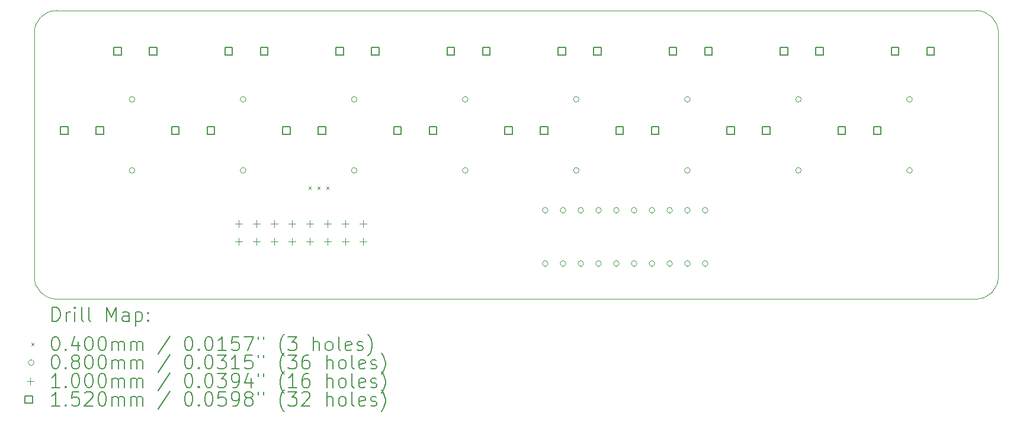
<source format=gbr>
%TF.GenerationSoftware,KiCad,Pcbnew,7.0.7*%
%TF.CreationDate,2023-09-28T15:43:33-05:00*%
%TF.ProjectId,iowa-rover-kiosk-level-buttons,696f7761-2d72-46f7-9665-722d6b696f73,rev?*%
%TF.SameCoordinates,Original*%
%TF.FileFunction,Drillmap*%
%TF.FilePolarity,Positive*%
%FSLAX45Y45*%
G04 Gerber Fmt 4.5, Leading zero omitted, Abs format (unit mm)*
G04 Created by KiCad (PCBNEW 7.0.7) date 2023-09-28 15:43:33*
%MOMM*%
%LPD*%
G01*
G04 APERTURE LIST*
%ADD10C,0.100000*%
%ADD11C,0.200000*%
%ADD12C,0.040000*%
%ADD13C,0.080000*%
%ADD14C,0.152000*%
G04 APERTURE END LIST*
D10*
X20256500Y-5016500D02*
X7112000Y-5016500D01*
X6794500Y-8826500D02*
G75*
G03*
X7112000Y-9144000I317500J0D01*
G01*
X20574000Y-8826500D02*
X20574000Y-5334000D01*
X6794500Y-5334000D02*
X6794500Y-8826500D01*
X20574000Y-5334000D02*
G75*
G03*
X20256500Y-5016500I-317500J0D01*
G01*
X7112000Y-5016500D02*
G75*
G03*
X6794500Y-5334000I0J-317500D01*
G01*
X7112000Y-9144000D02*
X20256500Y-9144000D01*
X20256500Y-9144000D02*
G75*
G03*
X20574000Y-8826500I0J317500D01*
G01*
D11*
D12*
X10711500Y-7536500D02*
X10751500Y-7576500D01*
X10751500Y-7536500D02*
X10711500Y-7576500D01*
X10838500Y-7536500D02*
X10878500Y-7576500D01*
X10878500Y-7536500D02*
X10838500Y-7576500D01*
X10965500Y-7536500D02*
X11005500Y-7576500D01*
X11005500Y-7536500D02*
X10965500Y-7576500D01*
D13*
X8231500Y-6286500D02*
G75*
G03*
X8231500Y-6286500I-40000J0D01*
G01*
X8231500Y-7302500D02*
G75*
G03*
X8231500Y-7302500I-40000J0D01*
G01*
X9819000Y-6286500D02*
G75*
G03*
X9819000Y-6286500I-40000J0D01*
G01*
X9819000Y-7302500D02*
G75*
G03*
X9819000Y-7302500I-40000J0D01*
G01*
X11406500Y-6286500D02*
G75*
G03*
X11406500Y-6286500I-40000J0D01*
G01*
X11406500Y-7302500D02*
G75*
G03*
X11406500Y-7302500I-40000J0D01*
G01*
X12994000Y-6286500D02*
G75*
G03*
X12994000Y-6286500I-40000J0D01*
G01*
X12994000Y-7302500D02*
G75*
G03*
X12994000Y-7302500I-40000J0D01*
G01*
X14137000Y-7874000D02*
G75*
G03*
X14137000Y-7874000I-40000J0D01*
G01*
X14137000Y-8636000D02*
G75*
G03*
X14137000Y-8636000I-40000J0D01*
G01*
X14391000Y-7874000D02*
G75*
G03*
X14391000Y-7874000I-40000J0D01*
G01*
X14391000Y-8636000D02*
G75*
G03*
X14391000Y-8636000I-40000J0D01*
G01*
X14581500Y-6286500D02*
G75*
G03*
X14581500Y-6286500I-40000J0D01*
G01*
X14581500Y-7302500D02*
G75*
G03*
X14581500Y-7302500I-40000J0D01*
G01*
X14645000Y-7874000D02*
G75*
G03*
X14645000Y-7874000I-40000J0D01*
G01*
X14645000Y-8636000D02*
G75*
G03*
X14645000Y-8636000I-40000J0D01*
G01*
X14899000Y-7874000D02*
G75*
G03*
X14899000Y-7874000I-40000J0D01*
G01*
X14899000Y-8636000D02*
G75*
G03*
X14899000Y-8636000I-40000J0D01*
G01*
X15153000Y-7874000D02*
G75*
G03*
X15153000Y-7874000I-40000J0D01*
G01*
X15153000Y-8636000D02*
G75*
G03*
X15153000Y-8636000I-40000J0D01*
G01*
X15407000Y-7874000D02*
G75*
G03*
X15407000Y-7874000I-40000J0D01*
G01*
X15407000Y-8636000D02*
G75*
G03*
X15407000Y-8636000I-40000J0D01*
G01*
X15661000Y-7874000D02*
G75*
G03*
X15661000Y-7874000I-40000J0D01*
G01*
X15661000Y-8636000D02*
G75*
G03*
X15661000Y-8636000I-40000J0D01*
G01*
X15915000Y-7874000D02*
G75*
G03*
X15915000Y-7874000I-40000J0D01*
G01*
X15915000Y-8636000D02*
G75*
G03*
X15915000Y-8636000I-40000J0D01*
G01*
X16169000Y-6286500D02*
G75*
G03*
X16169000Y-6286500I-40000J0D01*
G01*
X16169000Y-7302500D02*
G75*
G03*
X16169000Y-7302500I-40000J0D01*
G01*
X16169000Y-7874000D02*
G75*
G03*
X16169000Y-7874000I-40000J0D01*
G01*
X16169000Y-8636000D02*
G75*
G03*
X16169000Y-8636000I-40000J0D01*
G01*
X16423000Y-7874000D02*
G75*
G03*
X16423000Y-7874000I-40000J0D01*
G01*
X16423000Y-8636000D02*
G75*
G03*
X16423000Y-8636000I-40000J0D01*
G01*
X17756500Y-6286500D02*
G75*
G03*
X17756500Y-6286500I-40000J0D01*
G01*
X17756500Y-7302500D02*
G75*
G03*
X17756500Y-7302500I-40000J0D01*
G01*
X19344000Y-6286500D02*
G75*
G03*
X19344000Y-6286500I-40000J0D01*
G01*
X19344000Y-7302500D02*
G75*
G03*
X19344000Y-7302500I-40000J0D01*
G01*
D10*
X9715500Y-8014500D02*
X9715500Y-8114500D01*
X9665500Y-8064500D02*
X9765500Y-8064500D01*
X9715500Y-8268500D02*
X9715500Y-8368500D01*
X9665500Y-8318500D02*
X9765500Y-8318500D01*
X9969500Y-8014500D02*
X9969500Y-8114500D01*
X9919500Y-8064500D02*
X10019500Y-8064500D01*
X9969500Y-8268500D02*
X9969500Y-8368500D01*
X9919500Y-8318500D02*
X10019500Y-8318500D01*
X10223500Y-8014500D02*
X10223500Y-8114500D01*
X10173500Y-8064500D02*
X10273500Y-8064500D01*
X10223500Y-8268500D02*
X10223500Y-8368500D01*
X10173500Y-8318500D02*
X10273500Y-8318500D01*
X10477500Y-8014500D02*
X10477500Y-8114500D01*
X10427500Y-8064500D02*
X10527500Y-8064500D01*
X10477500Y-8268500D02*
X10477500Y-8368500D01*
X10427500Y-8318500D02*
X10527500Y-8318500D01*
X10731500Y-8014500D02*
X10731500Y-8114500D01*
X10681500Y-8064500D02*
X10781500Y-8064500D01*
X10731500Y-8268500D02*
X10731500Y-8368500D01*
X10681500Y-8318500D02*
X10781500Y-8318500D01*
X10985500Y-8014500D02*
X10985500Y-8114500D01*
X10935500Y-8064500D02*
X11035500Y-8064500D01*
X10985500Y-8268500D02*
X10985500Y-8368500D01*
X10935500Y-8318500D02*
X11035500Y-8318500D01*
X11239500Y-8014500D02*
X11239500Y-8114500D01*
X11189500Y-8064500D02*
X11289500Y-8064500D01*
X11239500Y-8268500D02*
X11239500Y-8368500D01*
X11189500Y-8318500D02*
X11289500Y-8318500D01*
X11493500Y-8014500D02*
X11493500Y-8114500D01*
X11443500Y-8064500D02*
X11543500Y-8064500D01*
X11493500Y-8268500D02*
X11493500Y-8368500D01*
X11443500Y-8318500D02*
X11543500Y-8318500D01*
D14*
X7276741Y-6784741D02*
X7276741Y-6677259D01*
X7169259Y-6677259D01*
X7169259Y-6784741D01*
X7276741Y-6784741D01*
X7784741Y-6784741D02*
X7784741Y-6677259D01*
X7677259Y-6677259D01*
X7677259Y-6784741D01*
X7784741Y-6784741D01*
X8038741Y-5653741D02*
X8038741Y-5546259D01*
X7931259Y-5546259D01*
X7931259Y-5653741D01*
X8038741Y-5653741D01*
X8546741Y-5653741D02*
X8546741Y-5546259D01*
X8439259Y-5546259D01*
X8439259Y-5653741D01*
X8546741Y-5653741D01*
X8864241Y-6784741D02*
X8864241Y-6677259D01*
X8756759Y-6677259D01*
X8756759Y-6784741D01*
X8864241Y-6784741D01*
X9372241Y-6784741D02*
X9372241Y-6677259D01*
X9264759Y-6677259D01*
X9264759Y-6784741D01*
X9372241Y-6784741D01*
X9626241Y-5653741D02*
X9626241Y-5546259D01*
X9518759Y-5546259D01*
X9518759Y-5653741D01*
X9626241Y-5653741D01*
X10134241Y-5653741D02*
X10134241Y-5546259D01*
X10026759Y-5546259D01*
X10026759Y-5653741D01*
X10134241Y-5653741D01*
X10451741Y-6784741D02*
X10451741Y-6677259D01*
X10344259Y-6677259D01*
X10344259Y-6784741D01*
X10451741Y-6784741D01*
X10959741Y-6784741D02*
X10959741Y-6677259D01*
X10852259Y-6677259D01*
X10852259Y-6784741D01*
X10959741Y-6784741D01*
X11213741Y-5653741D02*
X11213741Y-5546259D01*
X11106259Y-5546259D01*
X11106259Y-5653741D01*
X11213741Y-5653741D01*
X11721741Y-5653741D02*
X11721741Y-5546259D01*
X11614259Y-5546259D01*
X11614259Y-5653741D01*
X11721741Y-5653741D01*
X12039241Y-6784741D02*
X12039241Y-6677259D01*
X11931759Y-6677259D01*
X11931759Y-6784741D01*
X12039241Y-6784741D01*
X12547241Y-6784741D02*
X12547241Y-6677259D01*
X12439759Y-6677259D01*
X12439759Y-6784741D01*
X12547241Y-6784741D01*
X12801241Y-5653741D02*
X12801241Y-5546259D01*
X12693759Y-5546259D01*
X12693759Y-5653741D01*
X12801241Y-5653741D01*
X13309241Y-5653741D02*
X13309241Y-5546259D01*
X13201759Y-5546259D01*
X13201759Y-5653741D01*
X13309241Y-5653741D01*
X13626741Y-6784741D02*
X13626741Y-6677259D01*
X13519259Y-6677259D01*
X13519259Y-6784741D01*
X13626741Y-6784741D01*
X14134741Y-6784741D02*
X14134741Y-6677259D01*
X14027259Y-6677259D01*
X14027259Y-6784741D01*
X14134741Y-6784741D01*
X14388741Y-5653741D02*
X14388741Y-5546259D01*
X14281259Y-5546259D01*
X14281259Y-5653741D01*
X14388741Y-5653741D01*
X14896741Y-5653741D02*
X14896741Y-5546259D01*
X14789259Y-5546259D01*
X14789259Y-5653741D01*
X14896741Y-5653741D01*
X15214241Y-6784741D02*
X15214241Y-6677259D01*
X15106759Y-6677259D01*
X15106759Y-6784741D01*
X15214241Y-6784741D01*
X15722241Y-6784741D02*
X15722241Y-6677259D01*
X15614759Y-6677259D01*
X15614759Y-6784741D01*
X15722241Y-6784741D01*
X15976241Y-5653741D02*
X15976241Y-5546259D01*
X15868759Y-5546259D01*
X15868759Y-5653741D01*
X15976241Y-5653741D01*
X16484241Y-5653741D02*
X16484241Y-5546259D01*
X16376759Y-5546259D01*
X16376759Y-5653741D01*
X16484241Y-5653741D01*
X16801741Y-6784741D02*
X16801741Y-6677259D01*
X16694259Y-6677259D01*
X16694259Y-6784741D01*
X16801741Y-6784741D01*
X17309741Y-6784741D02*
X17309741Y-6677259D01*
X17202259Y-6677259D01*
X17202259Y-6784741D01*
X17309741Y-6784741D01*
X17563741Y-5653741D02*
X17563741Y-5546259D01*
X17456259Y-5546259D01*
X17456259Y-5653741D01*
X17563741Y-5653741D01*
X18071741Y-5653741D02*
X18071741Y-5546259D01*
X17964259Y-5546259D01*
X17964259Y-5653741D01*
X18071741Y-5653741D01*
X18389241Y-6784741D02*
X18389241Y-6677259D01*
X18281759Y-6677259D01*
X18281759Y-6784741D01*
X18389241Y-6784741D01*
X18897241Y-6784741D02*
X18897241Y-6677259D01*
X18789759Y-6677259D01*
X18789759Y-6784741D01*
X18897241Y-6784741D01*
X19151241Y-5653741D02*
X19151241Y-5546259D01*
X19043759Y-5546259D01*
X19043759Y-5653741D01*
X19151241Y-5653741D01*
X19659241Y-5653741D02*
X19659241Y-5546259D01*
X19551759Y-5546259D01*
X19551759Y-5653741D01*
X19659241Y-5653741D01*
D11*
X7050277Y-9460484D02*
X7050277Y-9260484D01*
X7050277Y-9260484D02*
X7097896Y-9260484D01*
X7097896Y-9260484D02*
X7126467Y-9270008D01*
X7126467Y-9270008D02*
X7145515Y-9289055D01*
X7145515Y-9289055D02*
X7155039Y-9308103D01*
X7155039Y-9308103D02*
X7164562Y-9346198D01*
X7164562Y-9346198D02*
X7164562Y-9374770D01*
X7164562Y-9374770D02*
X7155039Y-9412865D01*
X7155039Y-9412865D02*
X7145515Y-9431912D01*
X7145515Y-9431912D02*
X7126467Y-9450960D01*
X7126467Y-9450960D02*
X7097896Y-9460484D01*
X7097896Y-9460484D02*
X7050277Y-9460484D01*
X7250277Y-9460484D02*
X7250277Y-9327150D01*
X7250277Y-9365246D02*
X7259801Y-9346198D01*
X7259801Y-9346198D02*
X7269324Y-9336674D01*
X7269324Y-9336674D02*
X7288372Y-9327150D01*
X7288372Y-9327150D02*
X7307420Y-9327150D01*
X7374086Y-9460484D02*
X7374086Y-9327150D01*
X7374086Y-9260484D02*
X7364562Y-9270008D01*
X7364562Y-9270008D02*
X7374086Y-9279531D01*
X7374086Y-9279531D02*
X7383610Y-9270008D01*
X7383610Y-9270008D02*
X7374086Y-9260484D01*
X7374086Y-9260484D02*
X7374086Y-9279531D01*
X7497896Y-9460484D02*
X7478848Y-9450960D01*
X7478848Y-9450960D02*
X7469324Y-9431912D01*
X7469324Y-9431912D02*
X7469324Y-9260484D01*
X7602658Y-9460484D02*
X7583610Y-9450960D01*
X7583610Y-9450960D02*
X7574086Y-9431912D01*
X7574086Y-9431912D02*
X7574086Y-9260484D01*
X7831229Y-9460484D02*
X7831229Y-9260484D01*
X7831229Y-9260484D02*
X7897896Y-9403341D01*
X7897896Y-9403341D02*
X7964562Y-9260484D01*
X7964562Y-9260484D02*
X7964562Y-9460484D01*
X8145515Y-9460484D02*
X8145515Y-9355722D01*
X8145515Y-9355722D02*
X8135991Y-9336674D01*
X8135991Y-9336674D02*
X8116943Y-9327150D01*
X8116943Y-9327150D02*
X8078848Y-9327150D01*
X8078848Y-9327150D02*
X8059801Y-9336674D01*
X8145515Y-9450960D02*
X8126467Y-9460484D01*
X8126467Y-9460484D02*
X8078848Y-9460484D01*
X8078848Y-9460484D02*
X8059801Y-9450960D01*
X8059801Y-9450960D02*
X8050277Y-9431912D01*
X8050277Y-9431912D02*
X8050277Y-9412865D01*
X8050277Y-9412865D02*
X8059801Y-9393817D01*
X8059801Y-9393817D02*
X8078848Y-9384293D01*
X8078848Y-9384293D02*
X8126467Y-9384293D01*
X8126467Y-9384293D02*
X8145515Y-9374770D01*
X8240753Y-9327150D02*
X8240753Y-9527150D01*
X8240753Y-9336674D02*
X8259801Y-9327150D01*
X8259801Y-9327150D02*
X8297896Y-9327150D01*
X8297896Y-9327150D02*
X8316943Y-9336674D01*
X8316943Y-9336674D02*
X8326467Y-9346198D01*
X8326467Y-9346198D02*
X8335991Y-9365246D01*
X8335991Y-9365246D02*
X8335991Y-9422389D01*
X8335991Y-9422389D02*
X8326467Y-9441436D01*
X8326467Y-9441436D02*
X8316943Y-9450960D01*
X8316943Y-9450960D02*
X8297896Y-9460484D01*
X8297896Y-9460484D02*
X8259801Y-9460484D01*
X8259801Y-9460484D02*
X8240753Y-9450960D01*
X8421705Y-9441436D02*
X8431229Y-9450960D01*
X8431229Y-9450960D02*
X8421705Y-9460484D01*
X8421705Y-9460484D02*
X8412182Y-9450960D01*
X8412182Y-9450960D02*
X8421705Y-9441436D01*
X8421705Y-9441436D02*
X8421705Y-9460484D01*
X8421705Y-9336674D02*
X8431229Y-9346198D01*
X8431229Y-9346198D02*
X8421705Y-9355722D01*
X8421705Y-9355722D02*
X8412182Y-9346198D01*
X8412182Y-9346198D02*
X8421705Y-9336674D01*
X8421705Y-9336674D02*
X8421705Y-9355722D01*
D12*
X6749500Y-9769000D02*
X6789500Y-9809000D01*
X6789500Y-9769000D02*
X6749500Y-9809000D01*
D11*
X7088372Y-9680484D02*
X7107420Y-9680484D01*
X7107420Y-9680484D02*
X7126467Y-9690008D01*
X7126467Y-9690008D02*
X7135991Y-9699531D01*
X7135991Y-9699531D02*
X7145515Y-9718579D01*
X7145515Y-9718579D02*
X7155039Y-9756674D01*
X7155039Y-9756674D02*
X7155039Y-9804293D01*
X7155039Y-9804293D02*
X7145515Y-9842389D01*
X7145515Y-9842389D02*
X7135991Y-9861436D01*
X7135991Y-9861436D02*
X7126467Y-9870960D01*
X7126467Y-9870960D02*
X7107420Y-9880484D01*
X7107420Y-9880484D02*
X7088372Y-9880484D01*
X7088372Y-9880484D02*
X7069324Y-9870960D01*
X7069324Y-9870960D02*
X7059801Y-9861436D01*
X7059801Y-9861436D02*
X7050277Y-9842389D01*
X7050277Y-9842389D02*
X7040753Y-9804293D01*
X7040753Y-9804293D02*
X7040753Y-9756674D01*
X7040753Y-9756674D02*
X7050277Y-9718579D01*
X7050277Y-9718579D02*
X7059801Y-9699531D01*
X7059801Y-9699531D02*
X7069324Y-9690008D01*
X7069324Y-9690008D02*
X7088372Y-9680484D01*
X7240753Y-9861436D02*
X7250277Y-9870960D01*
X7250277Y-9870960D02*
X7240753Y-9880484D01*
X7240753Y-9880484D02*
X7231229Y-9870960D01*
X7231229Y-9870960D02*
X7240753Y-9861436D01*
X7240753Y-9861436D02*
X7240753Y-9880484D01*
X7421705Y-9747150D02*
X7421705Y-9880484D01*
X7374086Y-9670960D02*
X7326467Y-9813817D01*
X7326467Y-9813817D02*
X7450277Y-9813817D01*
X7564562Y-9680484D02*
X7583610Y-9680484D01*
X7583610Y-9680484D02*
X7602658Y-9690008D01*
X7602658Y-9690008D02*
X7612182Y-9699531D01*
X7612182Y-9699531D02*
X7621705Y-9718579D01*
X7621705Y-9718579D02*
X7631229Y-9756674D01*
X7631229Y-9756674D02*
X7631229Y-9804293D01*
X7631229Y-9804293D02*
X7621705Y-9842389D01*
X7621705Y-9842389D02*
X7612182Y-9861436D01*
X7612182Y-9861436D02*
X7602658Y-9870960D01*
X7602658Y-9870960D02*
X7583610Y-9880484D01*
X7583610Y-9880484D02*
X7564562Y-9880484D01*
X7564562Y-9880484D02*
X7545515Y-9870960D01*
X7545515Y-9870960D02*
X7535991Y-9861436D01*
X7535991Y-9861436D02*
X7526467Y-9842389D01*
X7526467Y-9842389D02*
X7516943Y-9804293D01*
X7516943Y-9804293D02*
X7516943Y-9756674D01*
X7516943Y-9756674D02*
X7526467Y-9718579D01*
X7526467Y-9718579D02*
X7535991Y-9699531D01*
X7535991Y-9699531D02*
X7545515Y-9690008D01*
X7545515Y-9690008D02*
X7564562Y-9680484D01*
X7755039Y-9680484D02*
X7774086Y-9680484D01*
X7774086Y-9680484D02*
X7793134Y-9690008D01*
X7793134Y-9690008D02*
X7802658Y-9699531D01*
X7802658Y-9699531D02*
X7812182Y-9718579D01*
X7812182Y-9718579D02*
X7821705Y-9756674D01*
X7821705Y-9756674D02*
X7821705Y-9804293D01*
X7821705Y-9804293D02*
X7812182Y-9842389D01*
X7812182Y-9842389D02*
X7802658Y-9861436D01*
X7802658Y-9861436D02*
X7793134Y-9870960D01*
X7793134Y-9870960D02*
X7774086Y-9880484D01*
X7774086Y-9880484D02*
X7755039Y-9880484D01*
X7755039Y-9880484D02*
X7735991Y-9870960D01*
X7735991Y-9870960D02*
X7726467Y-9861436D01*
X7726467Y-9861436D02*
X7716943Y-9842389D01*
X7716943Y-9842389D02*
X7707420Y-9804293D01*
X7707420Y-9804293D02*
X7707420Y-9756674D01*
X7707420Y-9756674D02*
X7716943Y-9718579D01*
X7716943Y-9718579D02*
X7726467Y-9699531D01*
X7726467Y-9699531D02*
X7735991Y-9690008D01*
X7735991Y-9690008D02*
X7755039Y-9680484D01*
X7907420Y-9880484D02*
X7907420Y-9747150D01*
X7907420Y-9766198D02*
X7916943Y-9756674D01*
X7916943Y-9756674D02*
X7935991Y-9747150D01*
X7935991Y-9747150D02*
X7964563Y-9747150D01*
X7964563Y-9747150D02*
X7983610Y-9756674D01*
X7983610Y-9756674D02*
X7993134Y-9775722D01*
X7993134Y-9775722D02*
X7993134Y-9880484D01*
X7993134Y-9775722D02*
X8002658Y-9756674D01*
X8002658Y-9756674D02*
X8021705Y-9747150D01*
X8021705Y-9747150D02*
X8050277Y-9747150D01*
X8050277Y-9747150D02*
X8069324Y-9756674D01*
X8069324Y-9756674D02*
X8078848Y-9775722D01*
X8078848Y-9775722D02*
X8078848Y-9880484D01*
X8174086Y-9880484D02*
X8174086Y-9747150D01*
X8174086Y-9766198D02*
X8183610Y-9756674D01*
X8183610Y-9756674D02*
X8202658Y-9747150D01*
X8202658Y-9747150D02*
X8231229Y-9747150D01*
X8231229Y-9747150D02*
X8250277Y-9756674D01*
X8250277Y-9756674D02*
X8259801Y-9775722D01*
X8259801Y-9775722D02*
X8259801Y-9880484D01*
X8259801Y-9775722D02*
X8269324Y-9756674D01*
X8269324Y-9756674D02*
X8288372Y-9747150D01*
X8288372Y-9747150D02*
X8316943Y-9747150D01*
X8316943Y-9747150D02*
X8335991Y-9756674D01*
X8335991Y-9756674D02*
X8345515Y-9775722D01*
X8345515Y-9775722D02*
X8345515Y-9880484D01*
X8735991Y-9670960D02*
X8564563Y-9928103D01*
X8993134Y-9680484D02*
X9012182Y-9680484D01*
X9012182Y-9680484D02*
X9031229Y-9690008D01*
X9031229Y-9690008D02*
X9040753Y-9699531D01*
X9040753Y-9699531D02*
X9050277Y-9718579D01*
X9050277Y-9718579D02*
X9059801Y-9756674D01*
X9059801Y-9756674D02*
X9059801Y-9804293D01*
X9059801Y-9804293D02*
X9050277Y-9842389D01*
X9050277Y-9842389D02*
X9040753Y-9861436D01*
X9040753Y-9861436D02*
X9031229Y-9870960D01*
X9031229Y-9870960D02*
X9012182Y-9880484D01*
X9012182Y-9880484D02*
X8993134Y-9880484D01*
X8993134Y-9880484D02*
X8974087Y-9870960D01*
X8974087Y-9870960D02*
X8964563Y-9861436D01*
X8964563Y-9861436D02*
X8955039Y-9842389D01*
X8955039Y-9842389D02*
X8945515Y-9804293D01*
X8945515Y-9804293D02*
X8945515Y-9756674D01*
X8945515Y-9756674D02*
X8955039Y-9718579D01*
X8955039Y-9718579D02*
X8964563Y-9699531D01*
X8964563Y-9699531D02*
X8974087Y-9690008D01*
X8974087Y-9690008D02*
X8993134Y-9680484D01*
X9145515Y-9861436D02*
X9155039Y-9870960D01*
X9155039Y-9870960D02*
X9145515Y-9880484D01*
X9145515Y-9880484D02*
X9135991Y-9870960D01*
X9135991Y-9870960D02*
X9145515Y-9861436D01*
X9145515Y-9861436D02*
X9145515Y-9880484D01*
X9278848Y-9680484D02*
X9297896Y-9680484D01*
X9297896Y-9680484D02*
X9316944Y-9690008D01*
X9316944Y-9690008D02*
X9326468Y-9699531D01*
X9326468Y-9699531D02*
X9335991Y-9718579D01*
X9335991Y-9718579D02*
X9345515Y-9756674D01*
X9345515Y-9756674D02*
X9345515Y-9804293D01*
X9345515Y-9804293D02*
X9335991Y-9842389D01*
X9335991Y-9842389D02*
X9326468Y-9861436D01*
X9326468Y-9861436D02*
X9316944Y-9870960D01*
X9316944Y-9870960D02*
X9297896Y-9880484D01*
X9297896Y-9880484D02*
X9278848Y-9880484D01*
X9278848Y-9880484D02*
X9259801Y-9870960D01*
X9259801Y-9870960D02*
X9250277Y-9861436D01*
X9250277Y-9861436D02*
X9240753Y-9842389D01*
X9240753Y-9842389D02*
X9231229Y-9804293D01*
X9231229Y-9804293D02*
X9231229Y-9756674D01*
X9231229Y-9756674D02*
X9240753Y-9718579D01*
X9240753Y-9718579D02*
X9250277Y-9699531D01*
X9250277Y-9699531D02*
X9259801Y-9690008D01*
X9259801Y-9690008D02*
X9278848Y-9680484D01*
X9535991Y-9880484D02*
X9421706Y-9880484D01*
X9478848Y-9880484D02*
X9478848Y-9680484D01*
X9478848Y-9680484D02*
X9459801Y-9709055D01*
X9459801Y-9709055D02*
X9440753Y-9728103D01*
X9440753Y-9728103D02*
X9421706Y-9737627D01*
X9716944Y-9680484D02*
X9621706Y-9680484D01*
X9621706Y-9680484D02*
X9612182Y-9775722D01*
X9612182Y-9775722D02*
X9621706Y-9766198D01*
X9621706Y-9766198D02*
X9640753Y-9756674D01*
X9640753Y-9756674D02*
X9688372Y-9756674D01*
X9688372Y-9756674D02*
X9707420Y-9766198D01*
X9707420Y-9766198D02*
X9716944Y-9775722D01*
X9716944Y-9775722D02*
X9726468Y-9794770D01*
X9726468Y-9794770D02*
X9726468Y-9842389D01*
X9726468Y-9842389D02*
X9716944Y-9861436D01*
X9716944Y-9861436D02*
X9707420Y-9870960D01*
X9707420Y-9870960D02*
X9688372Y-9880484D01*
X9688372Y-9880484D02*
X9640753Y-9880484D01*
X9640753Y-9880484D02*
X9621706Y-9870960D01*
X9621706Y-9870960D02*
X9612182Y-9861436D01*
X9793134Y-9680484D02*
X9926468Y-9680484D01*
X9926468Y-9680484D02*
X9840753Y-9880484D01*
X9993134Y-9680484D02*
X9993134Y-9718579D01*
X10069325Y-9680484D02*
X10069325Y-9718579D01*
X10364563Y-9956674D02*
X10355039Y-9947150D01*
X10355039Y-9947150D02*
X10335991Y-9918579D01*
X10335991Y-9918579D02*
X10326468Y-9899531D01*
X10326468Y-9899531D02*
X10316944Y-9870960D01*
X10316944Y-9870960D02*
X10307420Y-9823341D01*
X10307420Y-9823341D02*
X10307420Y-9785246D01*
X10307420Y-9785246D02*
X10316944Y-9737627D01*
X10316944Y-9737627D02*
X10326468Y-9709055D01*
X10326468Y-9709055D02*
X10335991Y-9690008D01*
X10335991Y-9690008D02*
X10355039Y-9661436D01*
X10355039Y-9661436D02*
X10364563Y-9651912D01*
X10421706Y-9680484D02*
X10545515Y-9680484D01*
X10545515Y-9680484D02*
X10478849Y-9756674D01*
X10478849Y-9756674D02*
X10507420Y-9756674D01*
X10507420Y-9756674D02*
X10526468Y-9766198D01*
X10526468Y-9766198D02*
X10535991Y-9775722D01*
X10535991Y-9775722D02*
X10545515Y-9794770D01*
X10545515Y-9794770D02*
X10545515Y-9842389D01*
X10545515Y-9842389D02*
X10535991Y-9861436D01*
X10535991Y-9861436D02*
X10526468Y-9870960D01*
X10526468Y-9870960D02*
X10507420Y-9880484D01*
X10507420Y-9880484D02*
X10450277Y-9880484D01*
X10450277Y-9880484D02*
X10431230Y-9870960D01*
X10431230Y-9870960D02*
X10421706Y-9861436D01*
X10783611Y-9880484D02*
X10783611Y-9680484D01*
X10869325Y-9880484D02*
X10869325Y-9775722D01*
X10869325Y-9775722D02*
X10859801Y-9756674D01*
X10859801Y-9756674D02*
X10840753Y-9747150D01*
X10840753Y-9747150D02*
X10812182Y-9747150D01*
X10812182Y-9747150D02*
X10793134Y-9756674D01*
X10793134Y-9756674D02*
X10783611Y-9766198D01*
X10993134Y-9880484D02*
X10974087Y-9870960D01*
X10974087Y-9870960D02*
X10964563Y-9861436D01*
X10964563Y-9861436D02*
X10955039Y-9842389D01*
X10955039Y-9842389D02*
X10955039Y-9785246D01*
X10955039Y-9785246D02*
X10964563Y-9766198D01*
X10964563Y-9766198D02*
X10974087Y-9756674D01*
X10974087Y-9756674D02*
X10993134Y-9747150D01*
X10993134Y-9747150D02*
X11021706Y-9747150D01*
X11021706Y-9747150D02*
X11040753Y-9756674D01*
X11040753Y-9756674D02*
X11050277Y-9766198D01*
X11050277Y-9766198D02*
X11059801Y-9785246D01*
X11059801Y-9785246D02*
X11059801Y-9842389D01*
X11059801Y-9842389D02*
X11050277Y-9861436D01*
X11050277Y-9861436D02*
X11040753Y-9870960D01*
X11040753Y-9870960D02*
X11021706Y-9880484D01*
X11021706Y-9880484D02*
X10993134Y-9880484D01*
X11174087Y-9880484D02*
X11155039Y-9870960D01*
X11155039Y-9870960D02*
X11145515Y-9851912D01*
X11145515Y-9851912D02*
X11145515Y-9680484D01*
X11326468Y-9870960D02*
X11307420Y-9880484D01*
X11307420Y-9880484D02*
X11269325Y-9880484D01*
X11269325Y-9880484D02*
X11250277Y-9870960D01*
X11250277Y-9870960D02*
X11240753Y-9851912D01*
X11240753Y-9851912D02*
X11240753Y-9775722D01*
X11240753Y-9775722D02*
X11250277Y-9756674D01*
X11250277Y-9756674D02*
X11269325Y-9747150D01*
X11269325Y-9747150D02*
X11307420Y-9747150D01*
X11307420Y-9747150D02*
X11326468Y-9756674D01*
X11326468Y-9756674D02*
X11335991Y-9775722D01*
X11335991Y-9775722D02*
X11335991Y-9794770D01*
X11335991Y-9794770D02*
X11240753Y-9813817D01*
X11412182Y-9870960D02*
X11431230Y-9880484D01*
X11431230Y-9880484D02*
X11469325Y-9880484D01*
X11469325Y-9880484D02*
X11488372Y-9870960D01*
X11488372Y-9870960D02*
X11497896Y-9851912D01*
X11497896Y-9851912D02*
X11497896Y-9842389D01*
X11497896Y-9842389D02*
X11488372Y-9823341D01*
X11488372Y-9823341D02*
X11469325Y-9813817D01*
X11469325Y-9813817D02*
X11440753Y-9813817D01*
X11440753Y-9813817D02*
X11421706Y-9804293D01*
X11421706Y-9804293D02*
X11412182Y-9785246D01*
X11412182Y-9785246D02*
X11412182Y-9775722D01*
X11412182Y-9775722D02*
X11421706Y-9756674D01*
X11421706Y-9756674D02*
X11440753Y-9747150D01*
X11440753Y-9747150D02*
X11469325Y-9747150D01*
X11469325Y-9747150D02*
X11488372Y-9756674D01*
X11564563Y-9956674D02*
X11574087Y-9947150D01*
X11574087Y-9947150D02*
X11593134Y-9918579D01*
X11593134Y-9918579D02*
X11602658Y-9899531D01*
X11602658Y-9899531D02*
X11612182Y-9870960D01*
X11612182Y-9870960D02*
X11621706Y-9823341D01*
X11621706Y-9823341D02*
X11621706Y-9785246D01*
X11621706Y-9785246D02*
X11612182Y-9737627D01*
X11612182Y-9737627D02*
X11602658Y-9709055D01*
X11602658Y-9709055D02*
X11593134Y-9690008D01*
X11593134Y-9690008D02*
X11574087Y-9661436D01*
X11574087Y-9661436D02*
X11564563Y-9651912D01*
D13*
X6789500Y-10053000D02*
G75*
G03*
X6789500Y-10053000I-40000J0D01*
G01*
D11*
X7088372Y-9944484D02*
X7107420Y-9944484D01*
X7107420Y-9944484D02*
X7126467Y-9954008D01*
X7126467Y-9954008D02*
X7135991Y-9963531D01*
X7135991Y-9963531D02*
X7145515Y-9982579D01*
X7145515Y-9982579D02*
X7155039Y-10020674D01*
X7155039Y-10020674D02*
X7155039Y-10068293D01*
X7155039Y-10068293D02*
X7145515Y-10106389D01*
X7145515Y-10106389D02*
X7135991Y-10125436D01*
X7135991Y-10125436D02*
X7126467Y-10134960D01*
X7126467Y-10134960D02*
X7107420Y-10144484D01*
X7107420Y-10144484D02*
X7088372Y-10144484D01*
X7088372Y-10144484D02*
X7069324Y-10134960D01*
X7069324Y-10134960D02*
X7059801Y-10125436D01*
X7059801Y-10125436D02*
X7050277Y-10106389D01*
X7050277Y-10106389D02*
X7040753Y-10068293D01*
X7040753Y-10068293D02*
X7040753Y-10020674D01*
X7040753Y-10020674D02*
X7050277Y-9982579D01*
X7050277Y-9982579D02*
X7059801Y-9963531D01*
X7059801Y-9963531D02*
X7069324Y-9954008D01*
X7069324Y-9954008D02*
X7088372Y-9944484D01*
X7240753Y-10125436D02*
X7250277Y-10134960D01*
X7250277Y-10134960D02*
X7240753Y-10144484D01*
X7240753Y-10144484D02*
X7231229Y-10134960D01*
X7231229Y-10134960D02*
X7240753Y-10125436D01*
X7240753Y-10125436D02*
X7240753Y-10144484D01*
X7364562Y-10030198D02*
X7345515Y-10020674D01*
X7345515Y-10020674D02*
X7335991Y-10011150D01*
X7335991Y-10011150D02*
X7326467Y-9992103D01*
X7326467Y-9992103D02*
X7326467Y-9982579D01*
X7326467Y-9982579D02*
X7335991Y-9963531D01*
X7335991Y-9963531D02*
X7345515Y-9954008D01*
X7345515Y-9954008D02*
X7364562Y-9944484D01*
X7364562Y-9944484D02*
X7402658Y-9944484D01*
X7402658Y-9944484D02*
X7421705Y-9954008D01*
X7421705Y-9954008D02*
X7431229Y-9963531D01*
X7431229Y-9963531D02*
X7440753Y-9982579D01*
X7440753Y-9982579D02*
X7440753Y-9992103D01*
X7440753Y-9992103D02*
X7431229Y-10011150D01*
X7431229Y-10011150D02*
X7421705Y-10020674D01*
X7421705Y-10020674D02*
X7402658Y-10030198D01*
X7402658Y-10030198D02*
X7364562Y-10030198D01*
X7364562Y-10030198D02*
X7345515Y-10039722D01*
X7345515Y-10039722D02*
X7335991Y-10049246D01*
X7335991Y-10049246D02*
X7326467Y-10068293D01*
X7326467Y-10068293D02*
X7326467Y-10106389D01*
X7326467Y-10106389D02*
X7335991Y-10125436D01*
X7335991Y-10125436D02*
X7345515Y-10134960D01*
X7345515Y-10134960D02*
X7364562Y-10144484D01*
X7364562Y-10144484D02*
X7402658Y-10144484D01*
X7402658Y-10144484D02*
X7421705Y-10134960D01*
X7421705Y-10134960D02*
X7431229Y-10125436D01*
X7431229Y-10125436D02*
X7440753Y-10106389D01*
X7440753Y-10106389D02*
X7440753Y-10068293D01*
X7440753Y-10068293D02*
X7431229Y-10049246D01*
X7431229Y-10049246D02*
X7421705Y-10039722D01*
X7421705Y-10039722D02*
X7402658Y-10030198D01*
X7564562Y-9944484D02*
X7583610Y-9944484D01*
X7583610Y-9944484D02*
X7602658Y-9954008D01*
X7602658Y-9954008D02*
X7612182Y-9963531D01*
X7612182Y-9963531D02*
X7621705Y-9982579D01*
X7621705Y-9982579D02*
X7631229Y-10020674D01*
X7631229Y-10020674D02*
X7631229Y-10068293D01*
X7631229Y-10068293D02*
X7621705Y-10106389D01*
X7621705Y-10106389D02*
X7612182Y-10125436D01*
X7612182Y-10125436D02*
X7602658Y-10134960D01*
X7602658Y-10134960D02*
X7583610Y-10144484D01*
X7583610Y-10144484D02*
X7564562Y-10144484D01*
X7564562Y-10144484D02*
X7545515Y-10134960D01*
X7545515Y-10134960D02*
X7535991Y-10125436D01*
X7535991Y-10125436D02*
X7526467Y-10106389D01*
X7526467Y-10106389D02*
X7516943Y-10068293D01*
X7516943Y-10068293D02*
X7516943Y-10020674D01*
X7516943Y-10020674D02*
X7526467Y-9982579D01*
X7526467Y-9982579D02*
X7535991Y-9963531D01*
X7535991Y-9963531D02*
X7545515Y-9954008D01*
X7545515Y-9954008D02*
X7564562Y-9944484D01*
X7755039Y-9944484D02*
X7774086Y-9944484D01*
X7774086Y-9944484D02*
X7793134Y-9954008D01*
X7793134Y-9954008D02*
X7802658Y-9963531D01*
X7802658Y-9963531D02*
X7812182Y-9982579D01*
X7812182Y-9982579D02*
X7821705Y-10020674D01*
X7821705Y-10020674D02*
X7821705Y-10068293D01*
X7821705Y-10068293D02*
X7812182Y-10106389D01*
X7812182Y-10106389D02*
X7802658Y-10125436D01*
X7802658Y-10125436D02*
X7793134Y-10134960D01*
X7793134Y-10134960D02*
X7774086Y-10144484D01*
X7774086Y-10144484D02*
X7755039Y-10144484D01*
X7755039Y-10144484D02*
X7735991Y-10134960D01*
X7735991Y-10134960D02*
X7726467Y-10125436D01*
X7726467Y-10125436D02*
X7716943Y-10106389D01*
X7716943Y-10106389D02*
X7707420Y-10068293D01*
X7707420Y-10068293D02*
X7707420Y-10020674D01*
X7707420Y-10020674D02*
X7716943Y-9982579D01*
X7716943Y-9982579D02*
X7726467Y-9963531D01*
X7726467Y-9963531D02*
X7735991Y-9954008D01*
X7735991Y-9954008D02*
X7755039Y-9944484D01*
X7907420Y-10144484D02*
X7907420Y-10011150D01*
X7907420Y-10030198D02*
X7916943Y-10020674D01*
X7916943Y-10020674D02*
X7935991Y-10011150D01*
X7935991Y-10011150D02*
X7964563Y-10011150D01*
X7964563Y-10011150D02*
X7983610Y-10020674D01*
X7983610Y-10020674D02*
X7993134Y-10039722D01*
X7993134Y-10039722D02*
X7993134Y-10144484D01*
X7993134Y-10039722D02*
X8002658Y-10020674D01*
X8002658Y-10020674D02*
X8021705Y-10011150D01*
X8021705Y-10011150D02*
X8050277Y-10011150D01*
X8050277Y-10011150D02*
X8069324Y-10020674D01*
X8069324Y-10020674D02*
X8078848Y-10039722D01*
X8078848Y-10039722D02*
X8078848Y-10144484D01*
X8174086Y-10144484D02*
X8174086Y-10011150D01*
X8174086Y-10030198D02*
X8183610Y-10020674D01*
X8183610Y-10020674D02*
X8202658Y-10011150D01*
X8202658Y-10011150D02*
X8231229Y-10011150D01*
X8231229Y-10011150D02*
X8250277Y-10020674D01*
X8250277Y-10020674D02*
X8259801Y-10039722D01*
X8259801Y-10039722D02*
X8259801Y-10144484D01*
X8259801Y-10039722D02*
X8269324Y-10020674D01*
X8269324Y-10020674D02*
X8288372Y-10011150D01*
X8288372Y-10011150D02*
X8316943Y-10011150D01*
X8316943Y-10011150D02*
X8335991Y-10020674D01*
X8335991Y-10020674D02*
X8345515Y-10039722D01*
X8345515Y-10039722D02*
X8345515Y-10144484D01*
X8735991Y-9934960D02*
X8564563Y-10192103D01*
X8993134Y-9944484D02*
X9012182Y-9944484D01*
X9012182Y-9944484D02*
X9031229Y-9954008D01*
X9031229Y-9954008D02*
X9040753Y-9963531D01*
X9040753Y-9963531D02*
X9050277Y-9982579D01*
X9050277Y-9982579D02*
X9059801Y-10020674D01*
X9059801Y-10020674D02*
X9059801Y-10068293D01*
X9059801Y-10068293D02*
X9050277Y-10106389D01*
X9050277Y-10106389D02*
X9040753Y-10125436D01*
X9040753Y-10125436D02*
X9031229Y-10134960D01*
X9031229Y-10134960D02*
X9012182Y-10144484D01*
X9012182Y-10144484D02*
X8993134Y-10144484D01*
X8993134Y-10144484D02*
X8974087Y-10134960D01*
X8974087Y-10134960D02*
X8964563Y-10125436D01*
X8964563Y-10125436D02*
X8955039Y-10106389D01*
X8955039Y-10106389D02*
X8945515Y-10068293D01*
X8945515Y-10068293D02*
X8945515Y-10020674D01*
X8945515Y-10020674D02*
X8955039Y-9982579D01*
X8955039Y-9982579D02*
X8964563Y-9963531D01*
X8964563Y-9963531D02*
X8974087Y-9954008D01*
X8974087Y-9954008D02*
X8993134Y-9944484D01*
X9145515Y-10125436D02*
X9155039Y-10134960D01*
X9155039Y-10134960D02*
X9145515Y-10144484D01*
X9145515Y-10144484D02*
X9135991Y-10134960D01*
X9135991Y-10134960D02*
X9145515Y-10125436D01*
X9145515Y-10125436D02*
X9145515Y-10144484D01*
X9278848Y-9944484D02*
X9297896Y-9944484D01*
X9297896Y-9944484D02*
X9316944Y-9954008D01*
X9316944Y-9954008D02*
X9326468Y-9963531D01*
X9326468Y-9963531D02*
X9335991Y-9982579D01*
X9335991Y-9982579D02*
X9345515Y-10020674D01*
X9345515Y-10020674D02*
X9345515Y-10068293D01*
X9345515Y-10068293D02*
X9335991Y-10106389D01*
X9335991Y-10106389D02*
X9326468Y-10125436D01*
X9326468Y-10125436D02*
X9316944Y-10134960D01*
X9316944Y-10134960D02*
X9297896Y-10144484D01*
X9297896Y-10144484D02*
X9278848Y-10144484D01*
X9278848Y-10144484D02*
X9259801Y-10134960D01*
X9259801Y-10134960D02*
X9250277Y-10125436D01*
X9250277Y-10125436D02*
X9240753Y-10106389D01*
X9240753Y-10106389D02*
X9231229Y-10068293D01*
X9231229Y-10068293D02*
X9231229Y-10020674D01*
X9231229Y-10020674D02*
X9240753Y-9982579D01*
X9240753Y-9982579D02*
X9250277Y-9963531D01*
X9250277Y-9963531D02*
X9259801Y-9954008D01*
X9259801Y-9954008D02*
X9278848Y-9944484D01*
X9412182Y-9944484D02*
X9535991Y-9944484D01*
X9535991Y-9944484D02*
X9469325Y-10020674D01*
X9469325Y-10020674D02*
X9497896Y-10020674D01*
X9497896Y-10020674D02*
X9516944Y-10030198D01*
X9516944Y-10030198D02*
X9526468Y-10039722D01*
X9526468Y-10039722D02*
X9535991Y-10058770D01*
X9535991Y-10058770D02*
X9535991Y-10106389D01*
X9535991Y-10106389D02*
X9526468Y-10125436D01*
X9526468Y-10125436D02*
X9516944Y-10134960D01*
X9516944Y-10134960D02*
X9497896Y-10144484D01*
X9497896Y-10144484D02*
X9440753Y-10144484D01*
X9440753Y-10144484D02*
X9421706Y-10134960D01*
X9421706Y-10134960D02*
X9412182Y-10125436D01*
X9726468Y-10144484D02*
X9612182Y-10144484D01*
X9669325Y-10144484D02*
X9669325Y-9944484D01*
X9669325Y-9944484D02*
X9650277Y-9973055D01*
X9650277Y-9973055D02*
X9631229Y-9992103D01*
X9631229Y-9992103D02*
X9612182Y-10001627D01*
X9907420Y-9944484D02*
X9812182Y-9944484D01*
X9812182Y-9944484D02*
X9802658Y-10039722D01*
X9802658Y-10039722D02*
X9812182Y-10030198D01*
X9812182Y-10030198D02*
X9831229Y-10020674D01*
X9831229Y-10020674D02*
X9878849Y-10020674D01*
X9878849Y-10020674D02*
X9897896Y-10030198D01*
X9897896Y-10030198D02*
X9907420Y-10039722D01*
X9907420Y-10039722D02*
X9916944Y-10058770D01*
X9916944Y-10058770D02*
X9916944Y-10106389D01*
X9916944Y-10106389D02*
X9907420Y-10125436D01*
X9907420Y-10125436D02*
X9897896Y-10134960D01*
X9897896Y-10134960D02*
X9878849Y-10144484D01*
X9878849Y-10144484D02*
X9831229Y-10144484D01*
X9831229Y-10144484D02*
X9812182Y-10134960D01*
X9812182Y-10134960D02*
X9802658Y-10125436D01*
X9993134Y-9944484D02*
X9993134Y-9982579D01*
X10069325Y-9944484D02*
X10069325Y-9982579D01*
X10364563Y-10220674D02*
X10355039Y-10211150D01*
X10355039Y-10211150D02*
X10335991Y-10182579D01*
X10335991Y-10182579D02*
X10326468Y-10163531D01*
X10326468Y-10163531D02*
X10316944Y-10134960D01*
X10316944Y-10134960D02*
X10307420Y-10087341D01*
X10307420Y-10087341D02*
X10307420Y-10049246D01*
X10307420Y-10049246D02*
X10316944Y-10001627D01*
X10316944Y-10001627D02*
X10326468Y-9973055D01*
X10326468Y-9973055D02*
X10335991Y-9954008D01*
X10335991Y-9954008D02*
X10355039Y-9925436D01*
X10355039Y-9925436D02*
X10364563Y-9915912D01*
X10421706Y-9944484D02*
X10545515Y-9944484D01*
X10545515Y-9944484D02*
X10478849Y-10020674D01*
X10478849Y-10020674D02*
X10507420Y-10020674D01*
X10507420Y-10020674D02*
X10526468Y-10030198D01*
X10526468Y-10030198D02*
X10535991Y-10039722D01*
X10535991Y-10039722D02*
X10545515Y-10058770D01*
X10545515Y-10058770D02*
X10545515Y-10106389D01*
X10545515Y-10106389D02*
X10535991Y-10125436D01*
X10535991Y-10125436D02*
X10526468Y-10134960D01*
X10526468Y-10134960D02*
X10507420Y-10144484D01*
X10507420Y-10144484D02*
X10450277Y-10144484D01*
X10450277Y-10144484D02*
X10431230Y-10134960D01*
X10431230Y-10134960D02*
X10421706Y-10125436D01*
X10716944Y-9944484D02*
X10678849Y-9944484D01*
X10678849Y-9944484D02*
X10659801Y-9954008D01*
X10659801Y-9954008D02*
X10650277Y-9963531D01*
X10650277Y-9963531D02*
X10631230Y-9992103D01*
X10631230Y-9992103D02*
X10621706Y-10030198D01*
X10621706Y-10030198D02*
X10621706Y-10106389D01*
X10621706Y-10106389D02*
X10631230Y-10125436D01*
X10631230Y-10125436D02*
X10640753Y-10134960D01*
X10640753Y-10134960D02*
X10659801Y-10144484D01*
X10659801Y-10144484D02*
X10697896Y-10144484D01*
X10697896Y-10144484D02*
X10716944Y-10134960D01*
X10716944Y-10134960D02*
X10726468Y-10125436D01*
X10726468Y-10125436D02*
X10735991Y-10106389D01*
X10735991Y-10106389D02*
X10735991Y-10058770D01*
X10735991Y-10058770D02*
X10726468Y-10039722D01*
X10726468Y-10039722D02*
X10716944Y-10030198D01*
X10716944Y-10030198D02*
X10697896Y-10020674D01*
X10697896Y-10020674D02*
X10659801Y-10020674D01*
X10659801Y-10020674D02*
X10640753Y-10030198D01*
X10640753Y-10030198D02*
X10631230Y-10039722D01*
X10631230Y-10039722D02*
X10621706Y-10058770D01*
X10974087Y-10144484D02*
X10974087Y-9944484D01*
X11059801Y-10144484D02*
X11059801Y-10039722D01*
X11059801Y-10039722D02*
X11050277Y-10020674D01*
X11050277Y-10020674D02*
X11031230Y-10011150D01*
X11031230Y-10011150D02*
X11002658Y-10011150D01*
X11002658Y-10011150D02*
X10983611Y-10020674D01*
X10983611Y-10020674D02*
X10974087Y-10030198D01*
X11183611Y-10144484D02*
X11164563Y-10134960D01*
X11164563Y-10134960D02*
X11155039Y-10125436D01*
X11155039Y-10125436D02*
X11145515Y-10106389D01*
X11145515Y-10106389D02*
X11145515Y-10049246D01*
X11145515Y-10049246D02*
X11155039Y-10030198D01*
X11155039Y-10030198D02*
X11164563Y-10020674D01*
X11164563Y-10020674D02*
X11183611Y-10011150D01*
X11183611Y-10011150D02*
X11212182Y-10011150D01*
X11212182Y-10011150D02*
X11231230Y-10020674D01*
X11231230Y-10020674D02*
X11240753Y-10030198D01*
X11240753Y-10030198D02*
X11250277Y-10049246D01*
X11250277Y-10049246D02*
X11250277Y-10106389D01*
X11250277Y-10106389D02*
X11240753Y-10125436D01*
X11240753Y-10125436D02*
X11231230Y-10134960D01*
X11231230Y-10134960D02*
X11212182Y-10144484D01*
X11212182Y-10144484D02*
X11183611Y-10144484D01*
X11364563Y-10144484D02*
X11345515Y-10134960D01*
X11345515Y-10134960D02*
X11335991Y-10115912D01*
X11335991Y-10115912D02*
X11335991Y-9944484D01*
X11516944Y-10134960D02*
X11497896Y-10144484D01*
X11497896Y-10144484D02*
X11459801Y-10144484D01*
X11459801Y-10144484D02*
X11440753Y-10134960D01*
X11440753Y-10134960D02*
X11431230Y-10115912D01*
X11431230Y-10115912D02*
X11431230Y-10039722D01*
X11431230Y-10039722D02*
X11440753Y-10020674D01*
X11440753Y-10020674D02*
X11459801Y-10011150D01*
X11459801Y-10011150D02*
X11497896Y-10011150D01*
X11497896Y-10011150D02*
X11516944Y-10020674D01*
X11516944Y-10020674D02*
X11526468Y-10039722D01*
X11526468Y-10039722D02*
X11526468Y-10058770D01*
X11526468Y-10058770D02*
X11431230Y-10077817D01*
X11602658Y-10134960D02*
X11621706Y-10144484D01*
X11621706Y-10144484D02*
X11659801Y-10144484D01*
X11659801Y-10144484D02*
X11678849Y-10134960D01*
X11678849Y-10134960D02*
X11688372Y-10115912D01*
X11688372Y-10115912D02*
X11688372Y-10106389D01*
X11688372Y-10106389D02*
X11678849Y-10087341D01*
X11678849Y-10087341D02*
X11659801Y-10077817D01*
X11659801Y-10077817D02*
X11631230Y-10077817D01*
X11631230Y-10077817D02*
X11612182Y-10068293D01*
X11612182Y-10068293D02*
X11602658Y-10049246D01*
X11602658Y-10049246D02*
X11602658Y-10039722D01*
X11602658Y-10039722D02*
X11612182Y-10020674D01*
X11612182Y-10020674D02*
X11631230Y-10011150D01*
X11631230Y-10011150D02*
X11659801Y-10011150D01*
X11659801Y-10011150D02*
X11678849Y-10020674D01*
X11755039Y-10220674D02*
X11764563Y-10211150D01*
X11764563Y-10211150D02*
X11783611Y-10182579D01*
X11783611Y-10182579D02*
X11793134Y-10163531D01*
X11793134Y-10163531D02*
X11802658Y-10134960D01*
X11802658Y-10134960D02*
X11812182Y-10087341D01*
X11812182Y-10087341D02*
X11812182Y-10049246D01*
X11812182Y-10049246D02*
X11802658Y-10001627D01*
X11802658Y-10001627D02*
X11793134Y-9973055D01*
X11793134Y-9973055D02*
X11783611Y-9954008D01*
X11783611Y-9954008D02*
X11764563Y-9925436D01*
X11764563Y-9925436D02*
X11755039Y-9915912D01*
D10*
X6739500Y-10267000D02*
X6739500Y-10367000D01*
X6689500Y-10317000D02*
X6789500Y-10317000D01*
D11*
X7155039Y-10408484D02*
X7040753Y-10408484D01*
X7097896Y-10408484D02*
X7097896Y-10208484D01*
X7097896Y-10208484D02*
X7078848Y-10237055D01*
X7078848Y-10237055D02*
X7059801Y-10256103D01*
X7059801Y-10256103D02*
X7040753Y-10265627D01*
X7240753Y-10389436D02*
X7250277Y-10398960D01*
X7250277Y-10398960D02*
X7240753Y-10408484D01*
X7240753Y-10408484D02*
X7231229Y-10398960D01*
X7231229Y-10398960D02*
X7240753Y-10389436D01*
X7240753Y-10389436D02*
X7240753Y-10408484D01*
X7374086Y-10208484D02*
X7393134Y-10208484D01*
X7393134Y-10208484D02*
X7412182Y-10218008D01*
X7412182Y-10218008D02*
X7421705Y-10227531D01*
X7421705Y-10227531D02*
X7431229Y-10246579D01*
X7431229Y-10246579D02*
X7440753Y-10284674D01*
X7440753Y-10284674D02*
X7440753Y-10332293D01*
X7440753Y-10332293D02*
X7431229Y-10370389D01*
X7431229Y-10370389D02*
X7421705Y-10389436D01*
X7421705Y-10389436D02*
X7412182Y-10398960D01*
X7412182Y-10398960D02*
X7393134Y-10408484D01*
X7393134Y-10408484D02*
X7374086Y-10408484D01*
X7374086Y-10408484D02*
X7355039Y-10398960D01*
X7355039Y-10398960D02*
X7345515Y-10389436D01*
X7345515Y-10389436D02*
X7335991Y-10370389D01*
X7335991Y-10370389D02*
X7326467Y-10332293D01*
X7326467Y-10332293D02*
X7326467Y-10284674D01*
X7326467Y-10284674D02*
X7335991Y-10246579D01*
X7335991Y-10246579D02*
X7345515Y-10227531D01*
X7345515Y-10227531D02*
X7355039Y-10218008D01*
X7355039Y-10218008D02*
X7374086Y-10208484D01*
X7564562Y-10208484D02*
X7583610Y-10208484D01*
X7583610Y-10208484D02*
X7602658Y-10218008D01*
X7602658Y-10218008D02*
X7612182Y-10227531D01*
X7612182Y-10227531D02*
X7621705Y-10246579D01*
X7621705Y-10246579D02*
X7631229Y-10284674D01*
X7631229Y-10284674D02*
X7631229Y-10332293D01*
X7631229Y-10332293D02*
X7621705Y-10370389D01*
X7621705Y-10370389D02*
X7612182Y-10389436D01*
X7612182Y-10389436D02*
X7602658Y-10398960D01*
X7602658Y-10398960D02*
X7583610Y-10408484D01*
X7583610Y-10408484D02*
X7564562Y-10408484D01*
X7564562Y-10408484D02*
X7545515Y-10398960D01*
X7545515Y-10398960D02*
X7535991Y-10389436D01*
X7535991Y-10389436D02*
X7526467Y-10370389D01*
X7526467Y-10370389D02*
X7516943Y-10332293D01*
X7516943Y-10332293D02*
X7516943Y-10284674D01*
X7516943Y-10284674D02*
X7526467Y-10246579D01*
X7526467Y-10246579D02*
X7535991Y-10227531D01*
X7535991Y-10227531D02*
X7545515Y-10218008D01*
X7545515Y-10218008D02*
X7564562Y-10208484D01*
X7755039Y-10208484D02*
X7774086Y-10208484D01*
X7774086Y-10208484D02*
X7793134Y-10218008D01*
X7793134Y-10218008D02*
X7802658Y-10227531D01*
X7802658Y-10227531D02*
X7812182Y-10246579D01*
X7812182Y-10246579D02*
X7821705Y-10284674D01*
X7821705Y-10284674D02*
X7821705Y-10332293D01*
X7821705Y-10332293D02*
X7812182Y-10370389D01*
X7812182Y-10370389D02*
X7802658Y-10389436D01*
X7802658Y-10389436D02*
X7793134Y-10398960D01*
X7793134Y-10398960D02*
X7774086Y-10408484D01*
X7774086Y-10408484D02*
X7755039Y-10408484D01*
X7755039Y-10408484D02*
X7735991Y-10398960D01*
X7735991Y-10398960D02*
X7726467Y-10389436D01*
X7726467Y-10389436D02*
X7716943Y-10370389D01*
X7716943Y-10370389D02*
X7707420Y-10332293D01*
X7707420Y-10332293D02*
X7707420Y-10284674D01*
X7707420Y-10284674D02*
X7716943Y-10246579D01*
X7716943Y-10246579D02*
X7726467Y-10227531D01*
X7726467Y-10227531D02*
X7735991Y-10218008D01*
X7735991Y-10218008D02*
X7755039Y-10208484D01*
X7907420Y-10408484D02*
X7907420Y-10275150D01*
X7907420Y-10294198D02*
X7916943Y-10284674D01*
X7916943Y-10284674D02*
X7935991Y-10275150D01*
X7935991Y-10275150D02*
X7964563Y-10275150D01*
X7964563Y-10275150D02*
X7983610Y-10284674D01*
X7983610Y-10284674D02*
X7993134Y-10303722D01*
X7993134Y-10303722D02*
X7993134Y-10408484D01*
X7993134Y-10303722D02*
X8002658Y-10284674D01*
X8002658Y-10284674D02*
X8021705Y-10275150D01*
X8021705Y-10275150D02*
X8050277Y-10275150D01*
X8050277Y-10275150D02*
X8069324Y-10284674D01*
X8069324Y-10284674D02*
X8078848Y-10303722D01*
X8078848Y-10303722D02*
X8078848Y-10408484D01*
X8174086Y-10408484D02*
X8174086Y-10275150D01*
X8174086Y-10294198D02*
X8183610Y-10284674D01*
X8183610Y-10284674D02*
X8202658Y-10275150D01*
X8202658Y-10275150D02*
X8231229Y-10275150D01*
X8231229Y-10275150D02*
X8250277Y-10284674D01*
X8250277Y-10284674D02*
X8259801Y-10303722D01*
X8259801Y-10303722D02*
X8259801Y-10408484D01*
X8259801Y-10303722D02*
X8269324Y-10284674D01*
X8269324Y-10284674D02*
X8288372Y-10275150D01*
X8288372Y-10275150D02*
X8316943Y-10275150D01*
X8316943Y-10275150D02*
X8335991Y-10284674D01*
X8335991Y-10284674D02*
X8345515Y-10303722D01*
X8345515Y-10303722D02*
X8345515Y-10408484D01*
X8735991Y-10198960D02*
X8564563Y-10456103D01*
X8993134Y-10208484D02*
X9012182Y-10208484D01*
X9012182Y-10208484D02*
X9031229Y-10218008D01*
X9031229Y-10218008D02*
X9040753Y-10227531D01*
X9040753Y-10227531D02*
X9050277Y-10246579D01*
X9050277Y-10246579D02*
X9059801Y-10284674D01*
X9059801Y-10284674D02*
X9059801Y-10332293D01*
X9059801Y-10332293D02*
X9050277Y-10370389D01*
X9050277Y-10370389D02*
X9040753Y-10389436D01*
X9040753Y-10389436D02*
X9031229Y-10398960D01*
X9031229Y-10398960D02*
X9012182Y-10408484D01*
X9012182Y-10408484D02*
X8993134Y-10408484D01*
X8993134Y-10408484D02*
X8974087Y-10398960D01*
X8974087Y-10398960D02*
X8964563Y-10389436D01*
X8964563Y-10389436D02*
X8955039Y-10370389D01*
X8955039Y-10370389D02*
X8945515Y-10332293D01*
X8945515Y-10332293D02*
X8945515Y-10284674D01*
X8945515Y-10284674D02*
X8955039Y-10246579D01*
X8955039Y-10246579D02*
X8964563Y-10227531D01*
X8964563Y-10227531D02*
X8974087Y-10218008D01*
X8974087Y-10218008D02*
X8993134Y-10208484D01*
X9145515Y-10389436D02*
X9155039Y-10398960D01*
X9155039Y-10398960D02*
X9145515Y-10408484D01*
X9145515Y-10408484D02*
X9135991Y-10398960D01*
X9135991Y-10398960D02*
X9145515Y-10389436D01*
X9145515Y-10389436D02*
X9145515Y-10408484D01*
X9278848Y-10208484D02*
X9297896Y-10208484D01*
X9297896Y-10208484D02*
X9316944Y-10218008D01*
X9316944Y-10218008D02*
X9326468Y-10227531D01*
X9326468Y-10227531D02*
X9335991Y-10246579D01*
X9335991Y-10246579D02*
X9345515Y-10284674D01*
X9345515Y-10284674D02*
X9345515Y-10332293D01*
X9345515Y-10332293D02*
X9335991Y-10370389D01*
X9335991Y-10370389D02*
X9326468Y-10389436D01*
X9326468Y-10389436D02*
X9316944Y-10398960D01*
X9316944Y-10398960D02*
X9297896Y-10408484D01*
X9297896Y-10408484D02*
X9278848Y-10408484D01*
X9278848Y-10408484D02*
X9259801Y-10398960D01*
X9259801Y-10398960D02*
X9250277Y-10389436D01*
X9250277Y-10389436D02*
X9240753Y-10370389D01*
X9240753Y-10370389D02*
X9231229Y-10332293D01*
X9231229Y-10332293D02*
X9231229Y-10284674D01*
X9231229Y-10284674D02*
X9240753Y-10246579D01*
X9240753Y-10246579D02*
X9250277Y-10227531D01*
X9250277Y-10227531D02*
X9259801Y-10218008D01*
X9259801Y-10218008D02*
X9278848Y-10208484D01*
X9412182Y-10208484D02*
X9535991Y-10208484D01*
X9535991Y-10208484D02*
X9469325Y-10284674D01*
X9469325Y-10284674D02*
X9497896Y-10284674D01*
X9497896Y-10284674D02*
X9516944Y-10294198D01*
X9516944Y-10294198D02*
X9526468Y-10303722D01*
X9526468Y-10303722D02*
X9535991Y-10322770D01*
X9535991Y-10322770D02*
X9535991Y-10370389D01*
X9535991Y-10370389D02*
X9526468Y-10389436D01*
X9526468Y-10389436D02*
X9516944Y-10398960D01*
X9516944Y-10398960D02*
X9497896Y-10408484D01*
X9497896Y-10408484D02*
X9440753Y-10408484D01*
X9440753Y-10408484D02*
X9421706Y-10398960D01*
X9421706Y-10398960D02*
X9412182Y-10389436D01*
X9631229Y-10408484D02*
X9669325Y-10408484D01*
X9669325Y-10408484D02*
X9688372Y-10398960D01*
X9688372Y-10398960D02*
X9697896Y-10389436D01*
X9697896Y-10389436D02*
X9716944Y-10360865D01*
X9716944Y-10360865D02*
X9726468Y-10322770D01*
X9726468Y-10322770D02*
X9726468Y-10246579D01*
X9726468Y-10246579D02*
X9716944Y-10227531D01*
X9716944Y-10227531D02*
X9707420Y-10218008D01*
X9707420Y-10218008D02*
X9688372Y-10208484D01*
X9688372Y-10208484D02*
X9650277Y-10208484D01*
X9650277Y-10208484D02*
X9631229Y-10218008D01*
X9631229Y-10218008D02*
X9621706Y-10227531D01*
X9621706Y-10227531D02*
X9612182Y-10246579D01*
X9612182Y-10246579D02*
X9612182Y-10294198D01*
X9612182Y-10294198D02*
X9621706Y-10313246D01*
X9621706Y-10313246D02*
X9631229Y-10322770D01*
X9631229Y-10322770D02*
X9650277Y-10332293D01*
X9650277Y-10332293D02*
X9688372Y-10332293D01*
X9688372Y-10332293D02*
X9707420Y-10322770D01*
X9707420Y-10322770D02*
X9716944Y-10313246D01*
X9716944Y-10313246D02*
X9726468Y-10294198D01*
X9897896Y-10275150D02*
X9897896Y-10408484D01*
X9850277Y-10198960D02*
X9802658Y-10341817D01*
X9802658Y-10341817D02*
X9926468Y-10341817D01*
X9993134Y-10208484D02*
X9993134Y-10246579D01*
X10069325Y-10208484D02*
X10069325Y-10246579D01*
X10364563Y-10484674D02*
X10355039Y-10475150D01*
X10355039Y-10475150D02*
X10335991Y-10446579D01*
X10335991Y-10446579D02*
X10326468Y-10427531D01*
X10326468Y-10427531D02*
X10316944Y-10398960D01*
X10316944Y-10398960D02*
X10307420Y-10351341D01*
X10307420Y-10351341D02*
X10307420Y-10313246D01*
X10307420Y-10313246D02*
X10316944Y-10265627D01*
X10316944Y-10265627D02*
X10326468Y-10237055D01*
X10326468Y-10237055D02*
X10335991Y-10218008D01*
X10335991Y-10218008D02*
X10355039Y-10189436D01*
X10355039Y-10189436D02*
X10364563Y-10179912D01*
X10545515Y-10408484D02*
X10431230Y-10408484D01*
X10488372Y-10408484D02*
X10488372Y-10208484D01*
X10488372Y-10208484D02*
X10469325Y-10237055D01*
X10469325Y-10237055D02*
X10450277Y-10256103D01*
X10450277Y-10256103D02*
X10431230Y-10265627D01*
X10716944Y-10208484D02*
X10678849Y-10208484D01*
X10678849Y-10208484D02*
X10659801Y-10218008D01*
X10659801Y-10218008D02*
X10650277Y-10227531D01*
X10650277Y-10227531D02*
X10631230Y-10256103D01*
X10631230Y-10256103D02*
X10621706Y-10294198D01*
X10621706Y-10294198D02*
X10621706Y-10370389D01*
X10621706Y-10370389D02*
X10631230Y-10389436D01*
X10631230Y-10389436D02*
X10640753Y-10398960D01*
X10640753Y-10398960D02*
X10659801Y-10408484D01*
X10659801Y-10408484D02*
X10697896Y-10408484D01*
X10697896Y-10408484D02*
X10716944Y-10398960D01*
X10716944Y-10398960D02*
X10726468Y-10389436D01*
X10726468Y-10389436D02*
X10735991Y-10370389D01*
X10735991Y-10370389D02*
X10735991Y-10322770D01*
X10735991Y-10322770D02*
X10726468Y-10303722D01*
X10726468Y-10303722D02*
X10716944Y-10294198D01*
X10716944Y-10294198D02*
X10697896Y-10284674D01*
X10697896Y-10284674D02*
X10659801Y-10284674D01*
X10659801Y-10284674D02*
X10640753Y-10294198D01*
X10640753Y-10294198D02*
X10631230Y-10303722D01*
X10631230Y-10303722D02*
X10621706Y-10322770D01*
X10974087Y-10408484D02*
X10974087Y-10208484D01*
X11059801Y-10408484D02*
X11059801Y-10303722D01*
X11059801Y-10303722D02*
X11050277Y-10284674D01*
X11050277Y-10284674D02*
X11031230Y-10275150D01*
X11031230Y-10275150D02*
X11002658Y-10275150D01*
X11002658Y-10275150D02*
X10983611Y-10284674D01*
X10983611Y-10284674D02*
X10974087Y-10294198D01*
X11183611Y-10408484D02*
X11164563Y-10398960D01*
X11164563Y-10398960D02*
X11155039Y-10389436D01*
X11155039Y-10389436D02*
X11145515Y-10370389D01*
X11145515Y-10370389D02*
X11145515Y-10313246D01*
X11145515Y-10313246D02*
X11155039Y-10294198D01*
X11155039Y-10294198D02*
X11164563Y-10284674D01*
X11164563Y-10284674D02*
X11183611Y-10275150D01*
X11183611Y-10275150D02*
X11212182Y-10275150D01*
X11212182Y-10275150D02*
X11231230Y-10284674D01*
X11231230Y-10284674D02*
X11240753Y-10294198D01*
X11240753Y-10294198D02*
X11250277Y-10313246D01*
X11250277Y-10313246D02*
X11250277Y-10370389D01*
X11250277Y-10370389D02*
X11240753Y-10389436D01*
X11240753Y-10389436D02*
X11231230Y-10398960D01*
X11231230Y-10398960D02*
X11212182Y-10408484D01*
X11212182Y-10408484D02*
X11183611Y-10408484D01*
X11364563Y-10408484D02*
X11345515Y-10398960D01*
X11345515Y-10398960D02*
X11335991Y-10379912D01*
X11335991Y-10379912D02*
X11335991Y-10208484D01*
X11516944Y-10398960D02*
X11497896Y-10408484D01*
X11497896Y-10408484D02*
X11459801Y-10408484D01*
X11459801Y-10408484D02*
X11440753Y-10398960D01*
X11440753Y-10398960D02*
X11431230Y-10379912D01*
X11431230Y-10379912D02*
X11431230Y-10303722D01*
X11431230Y-10303722D02*
X11440753Y-10284674D01*
X11440753Y-10284674D02*
X11459801Y-10275150D01*
X11459801Y-10275150D02*
X11497896Y-10275150D01*
X11497896Y-10275150D02*
X11516944Y-10284674D01*
X11516944Y-10284674D02*
X11526468Y-10303722D01*
X11526468Y-10303722D02*
X11526468Y-10322770D01*
X11526468Y-10322770D02*
X11431230Y-10341817D01*
X11602658Y-10398960D02*
X11621706Y-10408484D01*
X11621706Y-10408484D02*
X11659801Y-10408484D01*
X11659801Y-10408484D02*
X11678849Y-10398960D01*
X11678849Y-10398960D02*
X11688372Y-10379912D01*
X11688372Y-10379912D02*
X11688372Y-10370389D01*
X11688372Y-10370389D02*
X11678849Y-10351341D01*
X11678849Y-10351341D02*
X11659801Y-10341817D01*
X11659801Y-10341817D02*
X11631230Y-10341817D01*
X11631230Y-10341817D02*
X11612182Y-10332293D01*
X11612182Y-10332293D02*
X11602658Y-10313246D01*
X11602658Y-10313246D02*
X11602658Y-10303722D01*
X11602658Y-10303722D02*
X11612182Y-10284674D01*
X11612182Y-10284674D02*
X11631230Y-10275150D01*
X11631230Y-10275150D02*
X11659801Y-10275150D01*
X11659801Y-10275150D02*
X11678849Y-10284674D01*
X11755039Y-10484674D02*
X11764563Y-10475150D01*
X11764563Y-10475150D02*
X11783611Y-10446579D01*
X11783611Y-10446579D02*
X11793134Y-10427531D01*
X11793134Y-10427531D02*
X11802658Y-10398960D01*
X11802658Y-10398960D02*
X11812182Y-10351341D01*
X11812182Y-10351341D02*
X11812182Y-10313246D01*
X11812182Y-10313246D02*
X11802658Y-10265627D01*
X11802658Y-10265627D02*
X11793134Y-10237055D01*
X11793134Y-10237055D02*
X11783611Y-10218008D01*
X11783611Y-10218008D02*
X11764563Y-10189436D01*
X11764563Y-10189436D02*
X11755039Y-10179912D01*
D14*
X6767241Y-10634741D02*
X6767241Y-10527259D01*
X6659759Y-10527259D01*
X6659759Y-10634741D01*
X6767241Y-10634741D01*
D11*
X7155039Y-10672484D02*
X7040753Y-10672484D01*
X7097896Y-10672484D02*
X7097896Y-10472484D01*
X7097896Y-10472484D02*
X7078848Y-10501055D01*
X7078848Y-10501055D02*
X7059801Y-10520103D01*
X7059801Y-10520103D02*
X7040753Y-10529627D01*
X7240753Y-10653436D02*
X7250277Y-10662960D01*
X7250277Y-10662960D02*
X7240753Y-10672484D01*
X7240753Y-10672484D02*
X7231229Y-10662960D01*
X7231229Y-10662960D02*
X7240753Y-10653436D01*
X7240753Y-10653436D02*
X7240753Y-10672484D01*
X7431229Y-10472484D02*
X7335991Y-10472484D01*
X7335991Y-10472484D02*
X7326467Y-10567722D01*
X7326467Y-10567722D02*
X7335991Y-10558198D01*
X7335991Y-10558198D02*
X7355039Y-10548674D01*
X7355039Y-10548674D02*
X7402658Y-10548674D01*
X7402658Y-10548674D02*
X7421705Y-10558198D01*
X7421705Y-10558198D02*
X7431229Y-10567722D01*
X7431229Y-10567722D02*
X7440753Y-10586770D01*
X7440753Y-10586770D02*
X7440753Y-10634389D01*
X7440753Y-10634389D02*
X7431229Y-10653436D01*
X7431229Y-10653436D02*
X7421705Y-10662960D01*
X7421705Y-10662960D02*
X7402658Y-10672484D01*
X7402658Y-10672484D02*
X7355039Y-10672484D01*
X7355039Y-10672484D02*
X7335991Y-10662960D01*
X7335991Y-10662960D02*
X7326467Y-10653436D01*
X7516943Y-10491531D02*
X7526467Y-10482008D01*
X7526467Y-10482008D02*
X7545515Y-10472484D01*
X7545515Y-10472484D02*
X7593134Y-10472484D01*
X7593134Y-10472484D02*
X7612182Y-10482008D01*
X7612182Y-10482008D02*
X7621705Y-10491531D01*
X7621705Y-10491531D02*
X7631229Y-10510579D01*
X7631229Y-10510579D02*
X7631229Y-10529627D01*
X7631229Y-10529627D02*
X7621705Y-10558198D01*
X7621705Y-10558198D02*
X7507420Y-10672484D01*
X7507420Y-10672484D02*
X7631229Y-10672484D01*
X7755039Y-10472484D02*
X7774086Y-10472484D01*
X7774086Y-10472484D02*
X7793134Y-10482008D01*
X7793134Y-10482008D02*
X7802658Y-10491531D01*
X7802658Y-10491531D02*
X7812182Y-10510579D01*
X7812182Y-10510579D02*
X7821705Y-10548674D01*
X7821705Y-10548674D02*
X7821705Y-10596293D01*
X7821705Y-10596293D02*
X7812182Y-10634389D01*
X7812182Y-10634389D02*
X7802658Y-10653436D01*
X7802658Y-10653436D02*
X7793134Y-10662960D01*
X7793134Y-10662960D02*
X7774086Y-10672484D01*
X7774086Y-10672484D02*
X7755039Y-10672484D01*
X7755039Y-10672484D02*
X7735991Y-10662960D01*
X7735991Y-10662960D02*
X7726467Y-10653436D01*
X7726467Y-10653436D02*
X7716943Y-10634389D01*
X7716943Y-10634389D02*
X7707420Y-10596293D01*
X7707420Y-10596293D02*
X7707420Y-10548674D01*
X7707420Y-10548674D02*
X7716943Y-10510579D01*
X7716943Y-10510579D02*
X7726467Y-10491531D01*
X7726467Y-10491531D02*
X7735991Y-10482008D01*
X7735991Y-10482008D02*
X7755039Y-10472484D01*
X7907420Y-10672484D02*
X7907420Y-10539150D01*
X7907420Y-10558198D02*
X7916943Y-10548674D01*
X7916943Y-10548674D02*
X7935991Y-10539150D01*
X7935991Y-10539150D02*
X7964563Y-10539150D01*
X7964563Y-10539150D02*
X7983610Y-10548674D01*
X7983610Y-10548674D02*
X7993134Y-10567722D01*
X7993134Y-10567722D02*
X7993134Y-10672484D01*
X7993134Y-10567722D02*
X8002658Y-10548674D01*
X8002658Y-10548674D02*
X8021705Y-10539150D01*
X8021705Y-10539150D02*
X8050277Y-10539150D01*
X8050277Y-10539150D02*
X8069324Y-10548674D01*
X8069324Y-10548674D02*
X8078848Y-10567722D01*
X8078848Y-10567722D02*
X8078848Y-10672484D01*
X8174086Y-10672484D02*
X8174086Y-10539150D01*
X8174086Y-10558198D02*
X8183610Y-10548674D01*
X8183610Y-10548674D02*
X8202658Y-10539150D01*
X8202658Y-10539150D02*
X8231229Y-10539150D01*
X8231229Y-10539150D02*
X8250277Y-10548674D01*
X8250277Y-10548674D02*
X8259801Y-10567722D01*
X8259801Y-10567722D02*
X8259801Y-10672484D01*
X8259801Y-10567722D02*
X8269324Y-10548674D01*
X8269324Y-10548674D02*
X8288372Y-10539150D01*
X8288372Y-10539150D02*
X8316943Y-10539150D01*
X8316943Y-10539150D02*
X8335991Y-10548674D01*
X8335991Y-10548674D02*
X8345515Y-10567722D01*
X8345515Y-10567722D02*
X8345515Y-10672484D01*
X8735991Y-10462960D02*
X8564563Y-10720103D01*
X8993134Y-10472484D02*
X9012182Y-10472484D01*
X9012182Y-10472484D02*
X9031229Y-10482008D01*
X9031229Y-10482008D02*
X9040753Y-10491531D01*
X9040753Y-10491531D02*
X9050277Y-10510579D01*
X9050277Y-10510579D02*
X9059801Y-10548674D01*
X9059801Y-10548674D02*
X9059801Y-10596293D01*
X9059801Y-10596293D02*
X9050277Y-10634389D01*
X9050277Y-10634389D02*
X9040753Y-10653436D01*
X9040753Y-10653436D02*
X9031229Y-10662960D01*
X9031229Y-10662960D02*
X9012182Y-10672484D01*
X9012182Y-10672484D02*
X8993134Y-10672484D01*
X8993134Y-10672484D02*
X8974087Y-10662960D01*
X8974087Y-10662960D02*
X8964563Y-10653436D01*
X8964563Y-10653436D02*
X8955039Y-10634389D01*
X8955039Y-10634389D02*
X8945515Y-10596293D01*
X8945515Y-10596293D02*
X8945515Y-10548674D01*
X8945515Y-10548674D02*
X8955039Y-10510579D01*
X8955039Y-10510579D02*
X8964563Y-10491531D01*
X8964563Y-10491531D02*
X8974087Y-10482008D01*
X8974087Y-10482008D02*
X8993134Y-10472484D01*
X9145515Y-10653436D02*
X9155039Y-10662960D01*
X9155039Y-10662960D02*
X9145515Y-10672484D01*
X9145515Y-10672484D02*
X9135991Y-10662960D01*
X9135991Y-10662960D02*
X9145515Y-10653436D01*
X9145515Y-10653436D02*
X9145515Y-10672484D01*
X9278848Y-10472484D02*
X9297896Y-10472484D01*
X9297896Y-10472484D02*
X9316944Y-10482008D01*
X9316944Y-10482008D02*
X9326468Y-10491531D01*
X9326468Y-10491531D02*
X9335991Y-10510579D01*
X9335991Y-10510579D02*
X9345515Y-10548674D01*
X9345515Y-10548674D02*
X9345515Y-10596293D01*
X9345515Y-10596293D02*
X9335991Y-10634389D01*
X9335991Y-10634389D02*
X9326468Y-10653436D01*
X9326468Y-10653436D02*
X9316944Y-10662960D01*
X9316944Y-10662960D02*
X9297896Y-10672484D01*
X9297896Y-10672484D02*
X9278848Y-10672484D01*
X9278848Y-10672484D02*
X9259801Y-10662960D01*
X9259801Y-10662960D02*
X9250277Y-10653436D01*
X9250277Y-10653436D02*
X9240753Y-10634389D01*
X9240753Y-10634389D02*
X9231229Y-10596293D01*
X9231229Y-10596293D02*
X9231229Y-10548674D01*
X9231229Y-10548674D02*
X9240753Y-10510579D01*
X9240753Y-10510579D02*
X9250277Y-10491531D01*
X9250277Y-10491531D02*
X9259801Y-10482008D01*
X9259801Y-10482008D02*
X9278848Y-10472484D01*
X9526468Y-10472484D02*
X9431229Y-10472484D01*
X9431229Y-10472484D02*
X9421706Y-10567722D01*
X9421706Y-10567722D02*
X9431229Y-10558198D01*
X9431229Y-10558198D02*
X9450277Y-10548674D01*
X9450277Y-10548674D02*
X9497896Y-10548674D01*
X9497896Y-10548674D02*
X9516944Y-10558198D01*
X9516944Y-10558198D02*
X9526468Y-10567722D01*
X9526468Y-10567722D02*
X9535991Y-10586770D01*
X9535991Y-10586770D02*
X9535991Y-10634389D01*
X9535991Y-10634389D02*
X9526468Y-10653436D01*
X9526468Y-10653436D02*
X9516944Y-10662960D01*
X9516944Y-10662960D02*
X9497896Y-10672484D01*
X9497896Y-10672484D02*
X9450277Y-10672484D01*
X9450277Y-10672484D02*
X9431229Y-10662960D01*
X9431229Y-10662960D02*
X9421706Y-10653436D01*
X9631229Y-10672484D02*
X9669325Y-10672484D01*
X9669325Y-10672484D02*
X9688372Y-10662960D01*
X9688372Y-10662960D02*
X9697896Y-10653436D01*
X9697896Y-10653436D02*
X9716944Y-10624865D01*
X9716944Y-10624865D02*
X9726468Y-10586770D01*
X9726468Y-10586770D02*
X9726468Y-10510579D01*
X9726468Y-10510579D02*
X9716944Y-10491531D01*
X9716944Y-10491531D02*
X9707420Y-10482008D01*
X9707420Y-10482008D02*
X9688372Y-10472484D01*
X9688372Y-10472484D02*
X9650277Y-10472484D01*
X9650277Y-10472484D02*
X9631229Y-10482008D01*
X9631229Y-10482008D02*
X9621706Y-10491531D01*
X9621706Y-10491531D02*
X9612182Y-10510579D01*
X9612182Y-10510579D02*
X9612182Y-10558198D01*
X9612182Y-10558198D02*
X9621706Y-10577246D01*
X9621706Y-10577246D02*
X9631229Y-10586770D01*
X9631229Y-10586770D02*
X9650277Y-10596293D01*
X9650277Y-10596293D02*
X9688372Y-10596293D01*
X9688372Y-10596293D02*
X9707420Y-10586770D01*
X9707420Y-10586770D02*
X9716944Y-10577246D01*
X9716944Y-10577246D02*
X9726468Y-10558198D01*
X9840753Y-10558198D02*
X9821706Y-10548674D01*
X9821706Y-10548674D02*
X9812182Y-10539150D01*
X9812182Y-10539150D02*
X9802658Y-10520103D01*
X9802658Y-10520103D02*
X9802658Y-10510579D01*
X9802658Y-10510579D02*
X9812182Y-10491531D01*
X9812182Y-10491531D02*
X9821706Y-10482008D01*
X9821706Y-10482008D02*
X9840753Y-10472484D01*
X9840753Y-10472484D02*
X9878849Y-10472484D01*
X9878849Y-10472484D02*
X9897896Y-10482008D01*
X9897896Y-10482008D02*
X9907420Y-10491531D01*
X9907420Y-10491531D02*
X9916944Y-10510579D01*
X9916944Y-10510579D02*
X9916944Y-10520103D01*
X9916944Y-10520103D02*
X9907420Y-10539150D01*
X9907420Y-10539150D02*
X9897896Y-10548674D01*
X9897896Y-10548674D02*
X9878849Y-10558198D01*
X9878849Y-10558198D02*
X9840753Y-10558198D01*
X9840753Y-10558198D02*
X9821706Y-10567722D01*
X9821706Y-10567722D02*
X9812182Y-10577246D01*
X9812182Y-10577246D02*
X9802658Y-10596293D01*
X9802658Y-10596293D02*
X9802658Y-10634389D01*
X9802658Y-10634389D02*
X9812182Y-10653436D01*
X9812182Y-10653436D02*
X9821706Y-10662960D01*
X9821706Y-10662960D02*
X9840753Y-10672484D01*
X9840753Y-10672484D02*
X9878849Y-10672484D01*
X9878849Y-10672484D02*
X9897896Y-10662960D01*
X9897896Y-10662960D02*
X9907420Y-10653436D01*
X9907420Y-10653436D02*
X9916944Y-10634389D01*
X9916944Y-10634389D02*
X9916944Y-10596293D01*
X9916944Y-10596293D02*
X9907420Y-10577246D01*
X9907420Y-10577246D02*
X9897896Y-10567722D01*
X9897896Y-10567722D02*
X9878849Y-10558198D01*
X9993134Y-10472484D02*
X9993134Y-10510579D01*
X10069325Y-10472484D02*
X10069325Y-10510579D01*
X10364563Y-10748674D02*
X10355039Y-10739150D01*
X10355039Y-10739150D02*
X10335991Y-10710579D01*
X10335991Y-10710579D02*
X10326468Y-10691531D01*
X10326468Y-10691531D02*
X10316944Y-10662960D01*
X10316944Y-10662960D02*
X10307420Y-10615341D01*
X10307420Y-10615341D02*
X10307420Y-10577246D01*
X10307420Y-10577246D02*
X10316944Y-10529627D01*
X10316944Y-10529627D02*
X10326468Y-10501055D01*
X10326468Y-10501055D02*
X10335991Y-10482008D01*
X10335991Y-10482008D02*
X10355039Y-10453436D01*
X10355039Y-10453436D02*
X10364563Y-10443912D01*
X10421706Y-10472484D02*
X10545515Y-10472484D01*
X10545515Y-10472484D02*
X10478849Y-10548674D01*
X10478849Y-10548674D02*
X10507420Y-10548674D01*
X10507420Y-10548674D02*
X10526468Y-10558198D01*
X10526468Y-10558198D02*
X10535991Y-10567722D01*
X10535991Y-10567722D02*
X10545515Y-10586770D01*
X10545515Y-10586770D02*
X10545515Y-10634389D01*
X10545515Y-10634389D02*
X10535991Y-10653436D01*
X10535991Y-10653436D02*
X10526468Y-10662960D01*
X10526468Y-10662960D02*
X10507420Y-10672484D01*
X10507420Y-10672484D02*
X10450277Y-10672484D01*
X10450277Y-10672484D02*
X10431230Y-10662960D01*
X10431230Y-10662960D02*
X10421706Y-10653436D01*
X10621706Y-10491531D02*
X10631230Y-10482008D01*
X10631230Y-10482008D02*
X10650277Y-10472484D01*
X10650277Y-10472484D02*
X10697896Y-10472484D01*
X10697896Y-10472484D02*
X10716944Y-10482008D01*
X10716944Y-10482008D02*
X10726468Y-10491531D01*
X10726468Y-10491531D02*
X10735991Y-10510579D01*
X10735991Y-10510579D02*
X10735991Y-10529627D01*
X10735991Y-10529627D02*
X10726468Y-10558198D01*
X10726468Y-10558198D02*
X10612182Y-10672484D01*
X10612182Y-10672484D02*
X10735991Y-10672484D01*
X10974087Y-10672484D02*
X10974087Y-10472484D01*
X11059801Y-10672484D02*
X11059801Y-10567722D01*
X11059801Y-10567722D02*
X11050277Y-10548674D01*
X11050277Y-10548674D02*
X11031230Y-10539150D01*
X11031230Y-10539150D02*
X11002658Y-10539150D01*
X11002658Y-10539150D02*
X10983611Y-10548674D01*
X10983611Y-10548674D02*
X10974087Y-10558198D01*
X11183611Y-10672484D02*
X11164563Y-10662960D01*
X11164563Y-10662960D02*
X11155039Y-10653436D01*
X11155039Y-10653436D02*
X11145515Y-10634389D01*
X11145515Y-10634389D02*
X11145515Y-10577246D01*
X11145515Y-10577246D02*
X11155039Y-10558198D01*
X11155039Y-10558198D02*
X11164563Y-10548674D01*
X11164563Y-10548674D02*
X11183611Y-10539150D01*
X11183611Y-10539150D02*
X11212182Y-10539150D01*
X11212182Y-10539150D02*
X11231230Y-10548674D01*
X11231230Y-10548674D02*
X11240753Y-10558198D01*
X11240753Y-10558198D02*
X11250277Y-10577246D01*
X11250277Y-10577246D02*
X11250277Y-10634389D01*
X11250277Y-10634389D02*
X11240753Y-10653436D01*
X11240753Y-10653436D02*
X11231230Y-10662960D01*
X11231230Y-10662960D02*
X11212182Y-10672484D01*
X11212182Y-10672484D02*
X11183611Y-10672484D01*
X11364563Y-10672484D02*
X11345515Y-10662960D01*
X11345515Y-10662960D02*
X11335991Y-10643912D01*
X11335991Y-10643912D02*
X11335991Y-10472484D01*
X11516944Y-10662960D02*
X11497896Y-10672484D01*
X11497896Y-10672484D02*
X11459801Y-10672484D01*
X11459801Y-10672484D02*
X11440753Y-10662960D01*
X11440753Y-10662960D02*
X11431230Y-10643912D01*
X11431230Y-10643912D02*
X11431230Y-10567722D01*
X11431230Y-10567722D02*
X11440753Y-10548674D01*
X11440753Y-10548674D02*
X11459801Y-10539150D01*
X11459801Y-10539150D02*
X11497896Y-10539150D01*
X11497896Y-10539150D02*
X11516944Y-10548674D01*
X11516944Y-10548674D02*
X11526468Y-10567722D01*
X11526468Y-10567722D02*
X11526468Y-10586770D01*
X11526468Y-10586770D02*
X11431230Y-10605817D01*
X11602658Y-10662960D02*
X11621706Y-10672484D01*
X11621706Y-10672484D02*
X11659801Y-10672484D01*
X11659801Y-10672484D02*
X11678849Y-10662960D01*
X11678849Y-10662960D02*
X11688372Y-10643912D01*
X11688372Y-10643912D02*
X11688372Y-10634389D01*
X11688372Y-10634389D02*
X11678849Y-10615341D01*
X11678849Y-10615341D02*
X11659801Y-10605817D01*
X11659801Y-10605817D02*
X11631230Y-10605817D01*
X11631230Y-10605817D02*
X11612182Y-10596293D01*
X11612182Y-10596293D02*
X11602658Y-10577246D01*
X11602658Y-10577246D02*
X11602658Y-10567722D01*
X11602658Y-10567722D02*
X11612182Y-10548674D01*
X11612182Y-10548674D02*
X11631230Y-10539150D01*
X11631230Y-10539150D02*
X11659801Y-10539150D01*
X11659801Y-10539150D02*
X11678849Y-10548674D01*
X11755039Y-10748674D02*
X11764563Y-10739150D01*
X11764563Y-10739150D02*
X11783611Y-10710579D01*
X11783611Y-10710579D02*
X11793134Y-10691531D01*
X11793134Y-10691531D02*
X11802658Y-10662960D01*
X11802658Y-10662960D02*
X11812182Y-10615341D01*
X11812182Y-10615341D02*
X11812182Y-10577246D01*
X11812182Y-10577246D02*
X11802658Y-10529627D01*
X11802658Y-10529627D02*
X11793134Y-10501055D01*
X11793134Y-10501055D02*
X11783611Y-10482008D01*
X11783611Y-10482008D02*
X11764563Y-10453436D01*
X11764563Y-10453436D02*
X11755039Y-10443912D01*
M02*

</source>
